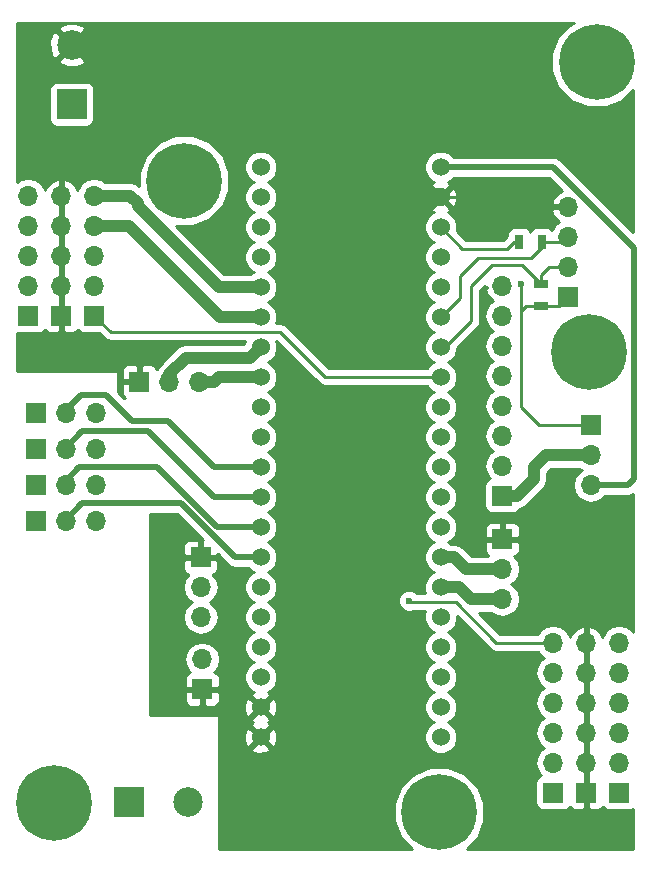
<source format=gbl>
G04 #@! TF.FileFunction,Copper,L2,Bot,Signal*
%FSLAX46Y46*%
G04 Gerber Fmt 4.6, Leading zero omitted, Abs format (unit mm)*
G04 Created by KiCad (PCBNEW 4.0.6+dfsg1-1) date Mon Feb 26 19:50:24 2018*
%MOMM*%
%LPD*%
G01*
G04 APERTURE LIST*
%ADD10C,0.100000*%
%ADD11R,1.700000X1.700000*%
%ADD12O,1.700000X1.700000*%
%ADD13R,2.500000X2.500000*%
%ADD14C,2.500000*%
%ADD15C,1.524000*%
%ADD16C,6.400000*%
%ADD17C,0.600000*%
%ADD18R,1.300000X0.700000*%
%ADD19R,0.700000X1.300000*%
%ADD20C,0.250000*%
%ADD21C,0.500000*%
%ADD22C,1.500000*%
%ADD23C,2.000000*%
%ADD24C,1.000000*%
%ADD25C,0.254000*%
G04 APERTURE END LIST*
D10*
D11*
X2357120Y34620200D03*
D12*
X4897120Y34620200D03*
X7437120Y34620200D03*
D13*
X10231120Y4775200D03*
D14*
X15231120Y4775200D03*
D11*
X49347120Y36652200D03*
D12*
X49347120Y34112200D03*
X49347120Y31572200D03*
D11*
X41854120Y30683200D03*
D12*
X41854120Y33223200D03*
X41854120Y35763200D03*
X41854120Y38303200D03*
X41854120Y40843200D03*
X41854120Y43383200D03*
X41854120Y45923200D03*
X41854120Y48463200D03*
D11*
X16454120Y14300200D03*
D12*
X16454120Y16840200D03*
D11*
X16327120Y25476200D03*
D12*
X16327120Y22936200D03*
X16327120Y20396200D03*
D11*
X41854120Y27000200D03*
D12*
X41854120Y24460200D03*
X41854120Y21920200D03*
D11*
X11120120Y40335200D03*
D12*
X13660120Y40335200D03*
X16200120Y40335200D03*
D11*
X2357120Y28524200D03*
D12*
X4897120Y28524200D03*
X7437120Y28524200D03*
D11*
X2357120Y31572200D03*
D12*
X4897120Y31572200D03*
X7437120Y31572200D03*
D11*
X2357120Y37668200D03*
D12*
X4897120Y37668200D03*
X7437120Y37668200D03*
D15*
X21407120Y10236200D03*
X21407120Y12776200D03*
X21407120Y15316200D03*
X21407120Y17856200D03*
X21407120Y20396200D03*
X21407120Y22936200D03*
X21407120Y25476200D03*
X21407120Y28016200D03*
X21407120Y30556200D03*
X21407120Y33096200D03*
X21407120Y35636200D03*
X21407120Y38176200D03*
X21407120Y40716200D03*
X21407120Y43256200D03*
X21407120Y45796200D03*
X21407120Y48336200D03*
X21407120Y50876200D03*
X21407120Y53416200D03*
X21407120Y55956200D03*
X21407120Y58496200D03*
X36647120Y58496200D03*
X36647120Y55956200D03*
X36647120Y53416200D03*
X36647120Y50876200D03*
X36647120Y48336200D03*
X36647120Y45796200D03*
X36647120Y43256200D03*
X36647120Y40716200D03*
X36647120Y38176200D03*
X36647120Y35636200D03*
X36647120Y33096200D03*
X36647120Y30556200D03*
X36647120Y28016200D03*
X36647120Y25476200D03*
X36647120Y22936200D03*
X36647120Y20396200D03*
X36647120Y17856200D03*
X36647120Y15316200D03*
X36647120Y12776200D03*
X36647120Y10236200D03*
D13*
X5405120Y63830200D03*
D14*
X5405120Y68830200D03*
D11*
X51760120Y5537200D03*
D12*
X51760120Y8077200D03*
X51760120Y10617200D03*
X51760120Y13157200D03*
X51760120Y15697200D03*
X51760120Y18237200D03*
D11*
X46172120Y5537200D03*
D12*
X46172120Y8077200D03*
X46172120Y10617200D03*
X46172120Y13157200D03*
X46172120Y15697200D03*
X46172120Y18237200D03*
D11*
X48966120Y5537200D03*
D12*
X48966120Y8077200D03*
X48966120Y10617200D03*
X48966120Y13157200D03*
X48966120Y15697200D03*
X48966120Y18237200D03*
D11*
X1722120Y45923200D03*
D12*
X1722120Y48463200D03*
X1722120Y51003200D03*
X1722120Y53543200D03*
X1722120Y56083200D03*
D11*
X7310120Y45923200D03*
D12*
X7310120Y48463200D03*
X7310120Y51003200D03*
X7310120Y53543200D03*
X7310120Y56083200D03*
D11*
X4516120Y45923200D03*
D12*
X4516120Y48463200D03*
X4516120Y51003200D03*
X4516120Y53543200D03*
X4516120Y56083200D03*
D16*
X49855120Y67386200D03*
D17*
X52255120Y67386200D03*
X51552176Y65689144D03*
X49855120Y64986200D03*
X48158064Y65689144D03*
X47455120Y67386200D03*
X48158064Y69083256D03*
X49855120Y69786200D03*
X51552176Y69083256D03*
D16*
X36520120Y3886200D03*
D17*
X38920120Y3886200D03*
X38217176Y2189144D03*
X36520120Y1486200D03*
X34823064Y2189144D03*
X34120120Y3886200D03*
X34823064Y5583256D03*
X36520120Y6286200D03*
X38217176Y5583256D03*
D16*
X49220120Y42875200D03*
D17*
X51620120Y42875200D03*
X50917176Y41178144D03*
X49220120Y40475200D03*
X47523064Y41178144D03*
X46820120Y42875200D03*
X47523064Y44572256D03*
X49220120Y45275200D03*
X50917176Y44572256D03*
D16*
X14930120Y57353200D03*
D17*
X17330120Y57353200D03*
X16627176Y55656144D03*
X14930120Y54953200D03*
X13233064Y55656144D03*
X12530120Y57353200D03*
X13233064Y59050256D03*
X14930120Y59753200D03*
X16627176Y59050256D03*
D16*
X3881120Y4648200D03*
D17*
X6281120Y4648200D03*
X5578176Y2951144D03*
X3881120Y2248200D03*
X2184064Y2951144D03*
X1481120Y4648200D03*
X2184064Y6345256D03*
X3881120Y7048200D03*
X5578176Y6345256D03*
D18*
X45115480Y46710560D03*
X45115480Y48610560D03*
D19*
X43296800Y52156360D03*
X45196800Y52156360D03*
D11*
X47442120Y47510700D03*
D12*
X47442120Y50050700D03*
X47442120Y52590700D03*
X47442120Y55130700D03*
D17*
X41092120Y52824200D03*
X34716720Y47752000D03*
X20264120Y63797200D03*
X33345120Y66370200D03*
X43441620Y48590200D03*
X33980120Y21793200D03*
D20*
X36647120Y55956200D02*
X37917120Y55956200D01*
D21*
X41092120Y52781200D02*
X41092120Y52824200D01*
D20*
X41770120Y52824200D02*
X44076620Y55130700D01*
X44076620Y55130700D02*
X47442120Y55130700D01*
X41092120Y52824200D02*
X41770120Y52824200D01*
X41049120Y52824200D02*
X41092120Y52824200D01*
X37917120Y55956200D02*
X41049120Y52824200D01*
D22*
X36647120Y55956200D02*
X34869120Y55956200D01*
X33345120Y57480200D02*
X33345120Y66370200D01*
X34869120Y55956200D02*
X33345120Y57480200D01*
D23*
X20264120Y63797200D02*
X20485120Y63797200D01*
X17818120Y66243200D02*
X20264120Y63797200D01*
X17818120Y66243200D02*
X11628120Y66243200D01*
X11628120Y66243200D02*
X9041120Y68830200D01*
X5405120Y68830200D02*
X9041120Y68830200D01*
X23058120Y66370200D02*
X33345120Y66370200D01*
X20485120Y63797200D02*
X23058120Y66370200D01*
D20*
X45115480Y46710560D02*
X46641980Y46710560D01*
X46641980Y46710560D02*
X47442120Y47510700D01*
X43296800Y52156360D02*
X42824400Y52156360D01*
X38455600Y51607720D02*
X36647120Y53416200D01*
X42275760Y51607720D02*
X38455600Y51607720D01*
X42824400Y52156360D02*
X42275760Y51607720D01*
X45115480Y46710560D02*
X43840360Y46710560D01*
X43840360Y46710560D02*
X43441620Y46311820D01*
X49347120Y36652200D02*
X44965620Y36652200D01*
X43441620Y38176200D02*
X43441620Y46311820D01*
X43441620Y46311820D02*
X43441620Y48590200D01*
X44965620Y36652200D02*
X43441620Y38176200D01*
D21*
X36647120Y58496200D02*
X46172120Y58496200D01*
X46172120Y58496200D02*
X53030120Y51638200D01*
X53030120Y51638200D02*
X53030120Y35763200D01*
X53030120Y35763200D02*
X53030120Y32080200D01*
X53030120Y32080200D02*
X52522120Y31572200D01*
X52522120Y31572200D02*
X49347120Y31572200D01*
D20*
X36647120Y40716200D02*
X26868120Y40716200D01*
X8707120Y44526200D02*
X7310120Y45923200D01*
X23058120Y44526200D02*
X8707120Y44526200D01*
X26868120Y40716200D02*
X23058120Y44526200D01*
X33980120Y21793200D02*
X34107120Y21666200D01*
X34107120Y21666200D02*
X37917120Y21666200D01*
X37917120Y21666200D02*
X41346120Y18237200D01*
X41346120Y18237200D02*
X46172120Y18237200D01*
D24*
X7310120Y56083200D02*
X10358120Y56083200D01*
X17851120Y48336200D02*
X21407120Y48336200D01*
X10993120Y55194200D02*
X17851120Y48336200D01*
X10993120Y55448200D02*
X10993120Y55194200D01*
X10358120Y56083200D02*
X10993120Y55448200D01*
X7310120Y53543200D02*
X10231120Y53543200D01*
X17978120Y45796200D02*
X21407120Y45796200D01*
X10231120Y53543200D02*
X17978120Y45796200D01*
X36647120Y25476200D02*
X37790120Y25476200D01*
X38806120Y24460200D02*
X41854120Y24460200D01*
X37790120Y25476200D02*
X38806120Y24460200D01*
X36647120Y22936200D02*
X38171120Y22936200D01*
X39187120Y21920200D02*
X41854120Y21920200D01*
X38171120Y22936200D02*
X39187120Y21920200D01*
X13660120Y40335200D02*
X13660120Y40970200D01*
X13660120Y40970200D02*
X15057120Y42367200D01*
X15057120Y42367200D02*
X20518120Y42367200D01*
X20518120Y42367200D02*
X21407120Y43256200D01*
X16200120Y40335200D02*
X17470120Y40335200D01*
X17851120Y40716200D02*
X21407120Y40716200D01*
X17470120Y40335200D02*
X17851120Y40716200D01*
X21280120Y40589200D02*
X21407120Y40716200D01*
D21*
X4897120Y28524200D02*
X4897120Y28651200D01*
X4897120Y28651200D02*
X6294120Y30048200D01*
X6294120Y30048200D02*
X14676120Y30048200D01*
X14676120Y30048200D02*
X19248120Y25476200D01*
X19248120Y25476200D02*
X21407120Y25476200D01*
X4897120Y31572200D02*
X4897120Y31953200D01*
X4897120Y31953200D02*
X6040120Y33096200D01*
X6040120Y33096200D02*
X12644120Y33096200D01*
X12644120Y33096200D02*
X17724120Y28016200D01*
X17724120Y28016200D02*
X21407120Y28016200D01*
X4897120Y34620200D02*
X4897120Y34747200D01*
X4897120Y34747200D02*
X6294120Y36144200D01*
X6294120Y36144200D02*
X11882120Y36144200D01*
X11882120Y36144200D02*
X17470120Y30556200D01*
X17470120Y30556200D02*
X21407120Y30556200D01*
X4897120Y37668200D02*
X4897120Y37922200D01*
X4897120Y37922200D02*
X6167120Y39192200D01*
X6167120Y39192200D02*
X8326120Y39192200D01*
X8326120Y39192200D02*
X10485120Y37033200D01*
X10485120Y37033200D02*
X13533120Y37033200D01*
X13533120Y37033200D02*
X17470120Y33096200D01*
X17470120Y33096200D02*
X21407120Y33096200D01*
D24*
X41854120Y30683200D02*
X43124120Y30683200D01*
X45537120Y34112200D02*
X49347120Y34112200D01*
X44521120Y33096200D02*
X45537120Y34112200D01*
X44521120Y32080200D02*
X44521120Y33096200D01*
X43124120Y30683200D02*
X44521120Y32080200D01*
D20*
X36647120Y43256200D02*
X37028120Y43256200D01*
X37028120Y43256200D02*
X39250620Y45478700D01*
X43548340Y50177700D02*
X45115480Y48610560D01*
X41028620Y50177700D02*
X43548340Y50177700D01*
X39250620Y48399700D02*
X41028620Y50177700D01*
X39250620Y45478700D02*
X39250620Y48399700D01*
X45115480Y48610560D02*
X45115480Y49375060D01*
X45791120Y50050700D02*
X47442120Y50050700D01*
X45115480Y49375060D02*
X45791120Y50050700D01*
X36647120Y43256200D02*
X36647120Y43637200D01*
X45196800Y52156360D02*
X45196800Y51742380D01*
X45196800Y51742380D02*
X44267120Y50812700D01*
X38298120Y47447200D02*
X36647120Y45796200D01*
X38298120Y49288700D02*
X38298120Y47447200D01*
X39822120Y50812700D02*
X38298120Y49288700D01*
X44267120Y50812700D02*
X39822120Y50812700D01*
X45196800Y52156360D02*
X47007780Y52156360D01*
X47007780Y52156360D02*
X47442120Y52590700D01*
X36647120Y45796200D02*
X36647120Y46113700D01*
D25*
G36*
X40369120Y48336198D02*
X40533964Y48336198D01*
X40412644Y48106310D01*
X40582475Y47696276D01*
X40972762Y47268017D01*
X41115673Y47200902D01*
X40774973Y46973254D01*
X40453066Y46491485D01*
X40340027Y45923200D01*
X40453066Y45354915D01*
X40774973Y44873146D01*
X41104146Y44653200D01*
X40774973Y44433254D01*
X40453066Y43951485D01*
X40340027Y43383200D01*
X40453066Y42814915D01*
X40774973Y42333146D01*
X41104146Y42113200D01*
X40774973Y41893254D01*
X40453066Y41411485D01*
X40340027Y40843200D01*
X40453066Y40274915D01*
X40774973Y39793146D01*
X41104146Y39573200D01*
X40774973Y39353254D01*
X40453066Y38871485D01*
X40340027Y38303200D01*
X40453066Y37734915D01*
X40774973Y37253146D01*
X41104146Y37033200D01*
X40774973Y36813254D01*
X40453066Y36331485D01*
X40340027Y35763200D01*
X40453066Y35194915D01*
X40774973Y34713146D01*
X41104146Y34493200D01*
X40774973Y34273254D01*
X40453066Y33791485D01*
X40340027Y33223200D01*
X40453066Y32654915D01*
X40774973Y32173146D01*
X40816572Y32145350D01*
X40768803Y32136362D01*
X40552679Y31997290D01*
X40407689Y31785090D01*
X40356680Y31533200D01*
X40356680Y29833200D01*
X40400958Y29597883D01*
X40540030Y29381759D01*
X40752230Y29236769D01*
X41004120Y29185760D01*
X42704120Y29185760D01*
X42939437Y29230038D01*
X43155561Y29369110D01*
X43300551Y29581310D01*
X43300970Y29583378D01*
X43558466Y29634597D01*
X43926686Y29880634D01*
X45323686Y31277634D01*
X45569723Y31645854D01*
X45580334Y31699200D01*
X45656120Y32080200D01*
X45656120Y32626068D01*
X46007252Y32977200D01*
X48395104Y32977200D01*
X48597146Y32842200D01*
X48267973Y32622254D01*
X47946066Y32140485D01*
X47833027Y31572200D01*
X47946066Y31003915D01*
X48267973Y30522146D01*
X48749742Y30200239D01*
X49318027Y30087200D01*
X49376213Y30087200D01*
X49944498Y30200239D01*
X50426267Y30522146D01*
X50536552Y30687200D01*
X52522115Y30687200D01*
X52522120Y30687199D01*
X52804604Y30743390D01*
X52860795Y30754567D01*
X52955120Y30817593D01*
X52955120Y19113867D01*
X52839267Y19287254D01*
X52357498Y19609161D01*
X51789213Y19722200D01*
X51731027Y19722200D01*
X51162742Y19609161D01*
X50680973Y19287254D01*
X50359066Y18805485D01*
X50346404Y18741830D01*
X50237765Y19004124D01*
X49847478Y19432383D01*
X49323012Y19678686D01*
X49093120Y19558019D01*
X49093120Y18364200D01*
X49113120Y18364200D01*
X49113120Y18110200D01*
X49093120Y18110200D01*
X49093120Y15824200D01*
X49113120Y15824200D01*
X49113120Y15570200D01*
X49093120Y15570200D01*
X49093120Y13284200D01*
X49113120Y13284200D01*
X49113120Y13030200D01*
X49093120Y13030200D01*
X49093120Y10744200D01*
X49113120Y10744200D01*
X49113120Y10490200D01*
X49093120Y10490200D01*
X49093120Y8204200D01*
X49113120Y8204200D01*
X49113120Y7950200D01*
X49093120Y7950200D01*
X49093120Y5664200D01*
X49113120Y5664200D01*
X49113120Y5410200D01*
X49093120Y5410200D01*
X49093120Y4210950D01*
X49251870Y4052200D01*
X49942429Y4052200D01*
X50175818Y4148873D01*
X50354447Y4327501D01*
X50367194Y4358274D01*
X50446030Y4235759D01*
X50658230Y4090769D01*
X50910120Y4039760D01*
X52610120Y4039760D01*
X52845437Y4084038D01*
X52955120Y4154617D01*
X52955120Y786200D01*
X38842952Y786200D01*
X39769379Y1711011D01*
X40354453Y3120025D01*
X40355784Y4645682D01*
X39773170Y6055715D01*
X38695309Y7135459D01*
X37286295Y7720533D01*
X35760638Y7721864D01*
X34350605Y7139250D01*
X33270861Y6061389D01*
X32685787Y4652375D01*
X32684456Y3126718D01*
X33267070Y1716685D01*
X34195932Y786200D01*
X17851120Y786200D01*
X17851120Y9255987D01*
X20606512Y9255987D01*
X20675977Y9013803D01*
X21199422Y8827056D01*
X21754488Y8854838D01*
X22138263Y9013803D01*
X22207728Y9255987D01*
X21407120Y10056595D01*
X20606512Y9255987D01*
X17851120Y9255987D01*
X17851120Y10443898D01*
X19997976Y10443898D01*
X20025758Y9888832D01*
X20184723Y9505057D01*
X20426907Y9435592D01*
X21227515Y10236200D01*
X21586725Y10236200D01*
X22387333Y9435592D01*
X22629517Y9505057D01*
X22816264Y10028502D01*
X22788482Y10583568D01*
X22629517Y10967343D01*
X22387333Y11036808D01*
X21586725Y10236200D01*
X21227515Y10236200D01*
X20426907Y11036808D01*
X20184723Y10967343D01*
X19997976Y10443898D01*
X17851120Y10443898D01*
X17851120Y11795987D01*
X20606512Y11795987D01*
X20675977Y11553803D01*
X20799464Y11509747D01*
X20675977Y11458597D01*
X20606512Y11216413D01*
X21407120Y10415805D01*
X22207728Y11216413D01*
X22138263Y11458597D01*
X22014776Y11502653D01*
X22138263Y11553803D01*
X22207728Y11795987D01*
X21407120Y12596595D01*
X20606512Y11795987D01*
X17851120Y11795987D01*
X17851120Y12014200D01*
X17842435Y12060359D01*
X17815155Y12102753D01*
X17773530Y12131194D01*
X17724120Y12141200D01*
X12009120Y12141200D01*
X12009120Y14014450D01*
X14969120Y14014450D01*
X14969120Y13323890D01*
X15065793Y13090501D01*
X15244422Y12911873D01*
X15477811Y12815200D01*
X16168370Y12815200D01*
X16327120Y12973950D01*
X16327120Y14173200D01*
X16581120Y14173200D01*
X16581120Y12973950D01*
X16739870Y12815200D01*
X17430429Y12815200D01*
X17663818Y12911873D01*
X17735843Y12983898D01*
X19997976Y12983898D01*
X20025758Y12428832D01*
X20184723Y12045057D01*
X20426907Y11975592D01*
X21227515Y12776200D01*
X21586725Y12776200D01*
X22387333Y11975592D01*
X22629517Y12045057D01*
X22816264Y12568502D01*
X22788482Y13123568D01*
X22629517Y13507343D01*
X22387333Y13576808D01*
X21586725Y12776200D01*
X21227515Y12776200D01*
X20426907Y13576808D01*
X20184723Y13507343D01*
X19997976Y12983898D01*
X17735843Y12983898D01*
X17842447Y13090501D01*
X17939120Y13323890D01*
X17939120Y14014450D01*
X17780370Y14173200D01*
X16581120Y14173200D01*
X16327120Y14173200D01*
X15127870Y14173200D01*
X14969120Y14014450D01*
X12009120Y14014450D01*
X12009120Y16840200D01*
X14940027Y16840200D01*
X15053066Y16271915D01*
X15374973Y15790146D01*
X15418897Y15760797D01*
X15244422Y15688527D01*
X15065793Y15509899D01*
X14969120Y15276510D01*
X14969120Y14585950D01*
X15127870Y14427200D01*
X16327120Y14427200D01*
X16327120Y14447200D01*
X16581120Y14447200D01*
X16581120Y14427200D01*
X17780370Y14427200D01*
X17939120Y14585950D01*
X17939120Y15276510D01*
X17842447Y15509899D01*
X17663818Y15688527D01*
X17489343Y15760797D01*
X17533267Y15790146D01*
X17855174Y16271915D01*
X17968213Y16840200D01*
X17855174Y17408485D01*
X17533267Y17890254D01*
X17051498Y18212161D01*
X16483213Y18325200D01*
X16425027Y18325200D01*
X15856742Y18212161D01*
X15374973Y17890254D01*
X15053066Y17408485D01*
X14940027Y16840200D01*
X12009120Y16840200D01*
X12009120Y22936200D01*
X14813027Y22936200D01*
X14926066Y22367915D01*
X15247973Y21886146D01*
X15577146Y21666200D01*
X15247973Y21446254D01*
X14926066Y20964485D01*
X14813027Y20396200D01*
X14926066Y19827915D01*
X15247973Y19346146D01*
X15729742Y19024239D01*
X16298027Y18911200D01*
X16356213Y18911200D01*
X16924498Y19024239D01*
X17406267Y19346146D01*
X17728174Y19827915D01*
X17841213Y20396200D01*
X17728174Y20964485D01*
X17406267Y21446254D01*
X17077094Y21666200D01*
X17406267Y21886146D01*
X17728174Y22367915D01*
X17841213Y22936200D01*
X17728174Y23504485D01*
X17406267Y23986254D01*
X17362343Y24015603D01*
X17536818Y24087873D01*
X17715447Y24266501D01*
X17812120Y24499890D01*
X17812120Y25190450D01*
X17653370Y25349200D01*
X16454120Y25349200D01*
X16454120Y25329200D01*
X16200120Y25329200D01*
X16200120Y25349200D01*
X15000870Y25349200D01*
X14842120Y25190450D01*
X14842120Y24499890D01*
X14938793Y24266501D01*
X15117422Y24087873D01*
X15291897Y24015603D01*
X15247973Y23986254D01*
X14926066Y23504485D01*
X14813027Y22936200D01*
X12009120Y22936200D01*
X12009120Y26452510D01*
X14842120Y26452510D01*
X14842120Y25761950D01*
X15000870Y25603200D01*
X16200120Y25603200D01*
X16200120Y26802450D01*
X16041370Y26961200D01*
X15350811Y26961200D01*
X15117422Y26864527D01*
X14938793Y26685899D01*
X14842120Y26452510D01*
X12009120Y26452510D01*
X12009120Y29163200D01*
X14309540Y29163200D01*
X16562205Y26910535D01*
X16454120Y26802450D01*
X16454120Y25603200D01*
X17653370Y25603200D01*
X17761455Y25711285D01*
X18622328Y24850413D01*
X18622330Y24850410D01*
X18909445Y24658567D01*
X19248120Y24591200D01*
X20316642Y24591200D01*
X20614750Y24292571D01*
X20822632Y24206251D01*
X20616817Y24121210D01*
X20223491Y23728570D01*
X20010363Y23215300D01*
X20009878Y22659539D01*
X20222110Y22145897D01*
X20614750Y21752571D01*
X20822632Y21666251D01*
X20616817Y21581210D01*
X20223491Y21188570D01*
X20010363Y20675300D01*
X20009878Y20119539D01*
X20222110Y19605897D01*
X20614750Y19212571D01*
X20822632Y19126251D01*
X20616817Y19041210D01*
X20223491Y18648570D01*
X20010363Y18135300D01*
X20009878Y17579539D01*
X20222110Y17065897D01*
X20614750Y16672571D01*
X20822632Y16586251D01*
X20616817Y16501210D01*
X20223491Y16108570D01*
X20010363Y15595300D01*
X20009878Y15039539D01*
X20222110Y14525897D01*
X20614750Y14132571D01*
X20806847Y14052805D01*
X20675977Y13998597D01*
X20606512Y13756413D01*
X21407120Y12955805D01*
X22207728Y13756413D01*
X22138263Y13998597D01*
X21997802Y14048709D01*
X22197423Y14131190D01*
X22590749Y14523830D01*
X22803877Y15037100D01*
X22804362Y15592861D01*
X22592130Y16106503D01*
X22199490Y16499829D01*
X21991608Y16586149D01*
X22197423Y16671190D01*
X22590749Y17063830D01*
X22803877Y17577100D01*
X22804362Y18132861D01*
X22592130Y18646503D01*
X22199490Y19039829D01*
X21991608Y19126149D01*
X22197423Y19211190D01*
X22590749Y19603830D01*
X22803877Y20117100D01*
X22804362Y20672861D01*
X22592130Y21186503D01*
X22199490Y21579829D01*
X21991608Y21666149D01*
X22197423Y21751190D01*
X22590749Y22143830D01*
X22803877Y22657100D01*
X22804362Y23212861D01*
X22592130Y23726503D01*
X22199490Y24119829D01*
X21991608Y24206149D01*
X22197423Y24291190D01*
X22590749Y24683830D01*
X22803877Y25197100D01*
X22804362Y25752861D01*
X22592130Y26266503D01*
X22199490Y26659829D01*
X21991608Y26746149D01*
X22197423Y26831190D01*
X22590749Y27223830D01*
X22803877Y27737100D01*
X22804362Y28292861D01*
X22592130Y28806503D01*
X22199490Y29199829D01*
X21991608Y29286149D01*
X22197423Y29371190D01*
X22590749Y29763830D01*
X22803877Y30277100D01*
X22804362Y30832861D01*
X22592130Y31346503D01*
X22199490Y31739829D01*
X21991608Y31826149D01*
X22197423Y31911190D01*
X22590749Y32303830D01*
X22803877Y32817100D01*
X22804362Y33372861D01*
X22592130Y33886503D01*
X22199490Y34279829D01*
X21991608Y34366149D01*
X22197423Y34451190D01*
X22590749Y34843830D01*
X22803877Y35357100D01*
X22804362Y35912861D01*
X22592130Y36426503D01*
X22199490Y36819829D01*
X21991608Y36906149D01*
X22197423Y36991190D01*
X22590749Y37383830D01*
X22803877Y37897100D01*
X22804362Y38452861D01*
X22592130Y38966503D01*
X22199490Y39359829D01*
X21991608Y39446149D01*
X22197423Y39531190D01*
X22590749Y39923830D01*
X22803877Y40437100D01*
X22804362Y40992861D01*
X22592130Y41506503D01*
X22199490Y41899829D01*
X21991608Y41986149D01*
X22197423Y42071190D01*
X22590749Y42463830D01*
X22803877Y42977100D01*
X22804362Y43532861D01*
X22707949Y43766200D01*
X22743318Y43766200D01*
X26330719Y40178799D01*
X26577281Y40014052D01*
X26868120Y39956200D01*
X35449589Y39956200D01*
X35462110Y39925897D01*
X35854750Y39532571D01*
X36062632Y39446251D01*
X35856817Y39361210D01*
X35463491Y38968570D01*
X35250363Y38455300D01*
X35249878Y37899539D01*
X35462110Y37385897D01*
X35854750Y36992571D01*
X36062632Y36906251D01*
X35856817Y36821210D01*
X35463491Y36428570D01*
X35250363Y35915300D01*
X35249878Y35359539D01*
X35462110Y34845897D01*
X35854750Y34452571D01*
X36062632Y34366251D01*
X35856817Y34281210D01*
X35463491Y33888570D01*
X35250363Y33375300D01*
X35249878Y32819539D01*
X35462110Y32305897D01*
X35854750Y31912571D01*
X36062632Y31826251D01*
X35856817Y31741210D01*
X35463491Y31348570D01*
X35250363Y30835300D01*
X35249878Y30279539D01*
X35462110Y29765897D01*
X35854750Y29372571D01*
X36062632Y29286251D01*
X35856817Y29201210D01*
X35463491Y28808570D01*
X35250363Y28295300D01*
X35249878Y27739539D01*
X35462110Y27225897D01*
X35854750Y26832571D01*
X36062632Y26746251D01*
X35856817Y26661210D01*
X35463491Y26268570D01*
X35250363Y25755300D01*
X35249878Y25199539D01*
X35462110Y24685897D01*
X35854750Y24292571D01*
X36062632Y24206251D01*
X35856817Y24121210D01*
X35463491Y23728570D01*
X35250363Y23215300D01*
X35249878Y22659539D01*
X35346291Y22426200D01*
X34669361Y22426200D01*
X34510447Y22585392D01*
X34166919Y22728038D01*
X33794953Y22728362D01*
X33451177Y22586317D01*
X33187928Y22323527D01*
X33045282Y21979999D01*
X33044958Y21608033D01*
X33187003Y21264257D01*
X33449793Y21001008D01*
X33793321Y20858362D01*
X34165287Y20858038D01*
X34281848Y20906200D01*
X35346241Y20906200D01*
X35250363Y20675300D01*
X35249878Y20119539D01*
X35462110Y19605897D01*
X35854750Y19212571D01*
X36062632Y19126251D01*
X35856817Y19041210D01*
X35463491Y18648570D01*
X35250363Y18135300D01*
X35249878Y17579539D01*
X35462110Y17065897D01*
X35854750Y16672571D01*
X36062632Y16586251D01*
X35856817Y16501210D01*
X35463491Y16108570D01*
X35250363Y15595300D01*
X35249878Y15039539D01*
X35462110Y14525897D01*
X35854750Y14132571D01*
X36062632Y14046251D01*
X35856817Y13961210D01*
X35463491Y13568570D01*
X35250363Y13055300D01*
X35249878Y12499539D01*
X35462110Y11985897D01*
X35854750Y11592571D01*
X36062632Y11506251D01*
X35856817Y11421210D01*
X35463491Y11028570D01*
X35250363Y10515300D01*
X35249878Y9959539D01*
X35462110Y9445897D01*
X35854750Y9052571D01*
X36368020Y8839443D01*
X36923781Y8838958D01*
X37437423Y9051190D01*
X37830749Y9443830D01*
X38043877Y9957100D01*
X38044362Y10512861D01*
X37832130Y11026503D01*
X37439490Y11419829D01*
X37231608Y11506149D01*
X37437423Y11591190D01*
X37830749Y11983830D01*
X38043877Y12497100D01*
X38044362Y13052861D01*
X37832130Y13566503D01*
X37439490Y13959829D01*
X37231608Y14046149D01*
X37437423Y14131190D01*
X37830749Y14523830D01*
X38043877Y15037100D01*
X38044362Y15592861D01*
X37832130Y16106503D01*
X37439490Y16499829D01*
X37231608Y16586149D01*
X37437423Y16671190D01*
X37830749Y17063830D01*
X38043877Y17577100D01*
X38044362Y18132861D01*
X37832130Y18646503D01*
X37439490Y19039829D01*
X37231608Y19126149D01*
X37437423Y19211190D01*
X37830749Y19603830D01*
X38043877Y20117100D01*
X38044180Y20464338D01*
X40808719Y17699799D01*
X41055280Y17535052D01*
X41346120Y17477200D01*
X44899166Y17477200D01*
X45092973Y17187146D01*
X45422146Y16967200D01*
X45092973Y16747254D01*
X44771066Y16265485D01*
X44658027Y15697200D01*
X44771066Y15128915D01*
X45092973Y14647146D01*
X45422146Y14427200D01*
X45092973Y14207254D01*
X44771066Y13725485D01*
X44658027Y13157200D01*
X44771066Y12588915D01*
X45092973Y12107146D01*
X45422146Y11887200D01*
X45092973Y11667254D01*
X44771066Y11185485D01*
X44658027Y10617200D01*
X44771066Y10048915D01*
X45092973Y9567146D01*
X45422146Y9347200D01*
X45092973Y9127254D01*
X44771066Y8645485D01*
X44658027Y8077200D01*
X44771066Y7508915D01*
X45092973Y7027146D01*
X45134572Y6999350D01*
X45086803Y6990362D01*
X44870679Y6851290D01*
X44725689Y6639090D01*
X44674680Y6387200D01*
X44674680Y4687200D01*
X44718958Y4451883D01*
X44858030Y4235759D01*
X45070230Y4090769D01*
X45322120Y4039760D01*
X47022120Y4039760D01*
X47257437Y4084038D01*
X47473561Y4223110D01*
X47565374Y4357483D01*
X47577793Y4327501D01*
X47756422Y4148873D01*
X47989811Y4052200D01*
X48680370Y4052200D01*
X48839120Y4210950D01*
X48839120Y5410200D01*
X48819120Y5410200D01*
X48819120Y5664200D01*
X48839120Y5664200D01*
X48839120Y7950200D01*
X48819120Y7950200D01*
X48819120Y8204200D01*
X48839120Y8204200D01*
X48839120Y10490200D01*
X48819120Y10490200D01*
X48819120Y10744200D01*
X48839120Y10744200D01*
X48839120Y13030200D01*
X48819120Y13030200D01*
X48819120Y13284200D01*
X48839120Y13284200D01*
X48839120Y15570200D01*
X48819120Y15570200D01*
X48819120Y15824200D01*
X48839120Y15824200D01*
X48839120Y18110200D01*
X48819120Y18110200D01*
X48819120Y18364200D01*
X48839120Y18364200D01*
X48839120Y19558019D01*
X48609228Y19678686D01*
X48084762Y19432383D01*
X47694475Y19004124D01*
X47585836Y18741830D01*
X47573174Y18805485D01*
X47251267Y19287254D01*
X46769498Y19609161D01*
X46201213Y19722200D01*
X46143027Y19722200D01*
X45574742Y19609161D01*
X45092973Y19287254D01*
X44899166Y18997200D01*
X41660922Y18997200D01*
X39872922Y20785200D01*
X40902104Y20785200D01*
X41256742Y20548239D01*
X41825027Y20435200D01*
X41883213Y20435200D01*
X42451498Y20548239D01*
X42933267Y20870146D01*
X43255174Y21351915D01*
X43368213Y21920200D01*
X43255174Y22488485D01*
X42933267Y22970254D01*
X42604094Y23190200D01*
X42933267Y23410146D01*
X43255174Y23891915D01*
X43368213Y24460200D01*
X43255174Y25028485D01*
X42933267Y25510254D01*
X42889343Y25539603D01*
X43063818Y25611873D01*
X43242447Y25790501D01*
X43339120Y26023890D01*
X43339120Y26714450D01*
X43180370Y26873200D01*
X41981120Y26873200D01*
X41981120Y26853200D01*
X41727120Y26853200D01*
X41727120Y26873200D01*
X40527870Y26873200D01*
X40369120Y26714450D01*
X40369120Y26023890D01*
X40465793Y25790501D01*
X40644422Y25611873D01*
X40684674Y25595200D01*
X39276252Y25595200D01*
X38592686Y26278766D01*
X38469315Y26361200D01*
X38224466Y26524803D01*
X37790120Y26611200D01*
X37488034Y26611200D01*
X37439490Y26659829D01*
X37231608Y26746149D01*
X37437423Y26831190D01*
X37830749Y27223830D01*
X38043877Y27737100D01*
X38044085Y27976510D01*
X40369120Y27976510D01*
X40369120Y27285950D01*
X40527870Y27127200D01*
X41727120Y27127200D01*
X41727120Y28326450D01*
X41981120Y28326450D01*
X41981120Y27127200D01*
X43180370Y27127200D01*
X43339120Y27285950D01*
X43339120Y27976510D01*
X43242447Y28209899D01*
X43063818Y28388527D01*
X42830429Y28485200D01*
X42139870Y28485200D01*
X41981120Y28326450D01*
X41727120Y28326450D01*
X41568370Y28485200D01*
X40877811Y28485200D01*
X40644422Y28388527D01*
X40465793Y28209899D01*
X40369120Y27976510D01*
X38044085Y27976510D01*
X38044362Y28292861D01*
X37832130Y28806503D01*
X37439490Y29199829D01*
X37231608Y29286149D01*
X37437423Y29371190D01*
X37830749Y29763830D01*
X38043877Y30277100D01*
X38044362Y30832861D01*
X37832130Y31346503D01*
X37439490Y31739829D01*
X37231608Y31826149D01*
X37437423Y31911190D01*
X37830749Y32303830D01*
X38043877Y32817100D01*
X38044362Y33372861D01*
X37832130Y33886503D01*
X37439490Y34279829D01*
X37231608Y34366149D01*
X37437423Y34451190D01*
X37830749Y34843830D01*
X38043877Y35357100D01*
X38044362Y35912861D01*
X37832130Y36426503D01*
X37439490Y36819829D01*
X37231608Y36906149D01*
X37437423Y36991190D01*
X37830749Y37383830D01*
X38043877Y37897100D01*
X38044362Y38452861D01*
X37832130Y38966503D01*
X37439490Y39359829D01*
X37231608Y39446149D01*
X37437423Y39531190D01*
X37830749Y39923830D01*
X38043877Y40437100D01*
X38044362Y40992861D01*
X37832130Y41506503D01*
X37439490Y41899829D01*
X37231608Y41986149D01*
X37437423Y42071190D01*
X37830749Y42463830D01*
X38043877Y42977100D01*
X38044069Y43197347D01*
X39788021Y44941299D01*
X39952768Y45187861D01*
X40010620Y45478700D01*
X40010620Y48084898D01*
X40369120Y48443398D01*
X40369120Y48336198D01*
X40369120Y48336198D01*
G37*
X40369120Y48336198D02*
X40533964Y48336198D01*
X40412644Y48106310D01*
X40582475Y47696276D01*
X40972762Y47268017D01*
X41115673Y47200902D01*
X40774973Y46973254D01*
X40453066Y46491485D01*
X40340027Y45923200D01*
X40453066Y45354915D01*
X40774973Y44873146D01*
X41104146Y44653200D01*
X40774973Y44433254D01*
X40453066Y43951485D01*
X40340027Y43383200D01*
X40453066Y42814915D01*
X40774973Y42333146D01*
X41104146Y42113200D01*
X40774973Y41893254D01*
X40453066Y41411485D01*
X40340027Y40843200D01*
X40453066Y40274915D01*
X40774973Y39793146D01*
X41104146Y39573200D01*
X40774973Y39353254D01*
X40453066Y38871485D01*
X40340027Y38303200D01*
X40453066Y37734915D01*
X40774973Y37253146D01*
X41104146Y37033200D01*
X40774973Y36813254D01*
X40453066Y36331485D01*
X40340027Y35763200D01*
X40453066Y35194915D01*
X40774973Y34713146D01*
X41104146Y34493200D01*
X40774973Y34273254D01*
X40453066Y33791485D01*
X40340027Y33223200D01*
X40453066Y32654915D01*
X40774973Y32173146D01*
X40816572Y32145350D01*
X40768803Y32136362D01*
X40552679Y31997290D01*
X40407689Y31785090D01*
X40356680Y31533200D01*
X40356680Y29833200D01*
X40400958Y29597883D01*
X40540030Y29381759D01*
X40752230Y29236769D01*
X41004120Y29185760D01*
X42704120Y29185760D01*
X42939437Y29230038D01*
X43155561Y29369110D01*
X43300551Y29581310D01*
X43300970Y29583378D01*
X43558466Y29634597D01*
X43926686Y29880634D01*
X45323686Y31277634D01*
X45569723Y31645854D01*
X45580334Y31699200D01*
X45656120Y32080200D01*
X45656120Y32626068D01*
X46007252Y32977200D01*
X48395104Y32977200D01*
X48597146Y32842200D01*
X48267973Y32622254D01*
X47946066Y32140485D01*
X47833027Y31572200D01*
X47946066Y31003915D01*
X48267973Y30522146D01*
X48749742Y30200239D01*
X49318027Y30087200D01*
X49376213Y30087200D01*
X49944498Y30200239D01*
X50426267Y30522146D01*
X50536552Y30687200D01*
X52522115Y30687200D01*
X52522120Y30687199D01*
X52804604Y30743390D01*
X52860795Y30754567D01*
X52955120Y30817593D01*
X52955120Y19113867D01*
X52839267Y19287254D01*
X52357498Y19609161D01*
X51789213Y19722200D01*
X51731027Y19722200D01*
X51162742Y19609161D01*
X50680973Y19287254D01*
X50359066Y18805485D01*
X50346404Y18741830D01*
X50237765Y19004124D01*
X49847478Y19432383D01*
X49323012Y19678686D01*
X49093120Y19558019D01*
X49093120Y18364200D01*
X49113120Y18364200D01*
X49113120Y18110200D01*
X49093120Y18110200D01*
X49093120Y15824200D01*
X49113120Y15824200D01*
X49113120Y15570200D01*
X49093120Y15570200D01*
X49093120Y13284200D01*
X49113120Y13284200D01*
X49113120Y13030200D01*
X49093120Y13030200D01*
X49093120Y10744200D01*
X49113120Y10744200D01*
X49113120Y10490200D01*
X49093120Y10490200D01*
X49093120Y8204200D01*
X49113120Y8204200D01*
X49113120Y7950200D01*
X49093120Y7950200D01*
X49093120Y5664200D01*
X49113120Y5664200D01*
X49113120Y5410200D01*
X49093120Y5410200D01*
X49093120Y4210950D01*
X49251870Y4052200D01*
X49942429Y4052200D01*
X50175818Y4148873D01*
X50354447Y4327501D01*
X50367194Y4358274D01*
X50446030Y4235759D01*
X50658230Y4090769D01*
X50910120Y4039760D01*
X52610120Y4039760D01*
X52845437Y4084038D01*
X52955120Y4154617D01*
X52955120Y786200D01*
X38842952Y786200D01*
X39769379Y1711011D01*
X40354453Y3120025D01*
X40355784Y4645682D01*
X39773170Y6055715D01*
X38695309Y7135459D01*
X37286295Y7720533D01*
X35760638Y7721864D01*
X34350605Y7139250D01*
X33270861Y6061389D01*
X32685787Y4652375D01*
X32684456Y3126718D01*
X33267070Y1716685D01*
X34195932Y786200D01*
X17851120Y786200D01*
X17851120Y9255987D01*
X20606512Y9255987D01*
X20675977Y9013803D01*
X21199422Y8827056D01*
X21754488Y8854838D01*
X22138263Y9013803D01*
X22207728Y9255987D01*
X21407120Y10056595D01*
X20606512Y9255987D01*
X17851120Y9255987D01*
X17851120Y10443898D01*
X19997976Y10443898D01*
X20025758Y9888832D01*
X20184723Y9505057D01*
X20426907Y9435592D01*
X21227515Y10236200D01*
X21586725Y10236200D01*
X22387333Y9435592D01*
X22629517Y9505057D01*
X22816264Y10028502D01*
X22788482Y10583568D01*
X22629517Y10967343D01*
X22387333Y11036808D01*
X21586725Y10236200D01*
X21227515Y10236200D01*
X20426907Y11036808D01*
X20184723Y10967343D01*
X19997976Y10443898D01*
X17851120Y10443898D01*
X17851120Y11795987D01*
X20606512Y11795987D01*
X20675977Y11553803D01*
X20799464Y11509747D01*
X20675977Y11458597D01*
X20606512Y11216413D01*
X21407120Y10415805D01*
X22207728Y11216413D01*
X22138263Y11458597D01*
X22014776Y11502653D01*
X22138263Y11553803D01*
X22207728Y11795987D01*
X21407120Y12596595D01*
X20606512Y11795987D01*
X17851120Y11795987D01*
X17851120Y12014200D01*
X17842435Y12060359D01*
X17815155Y12102753D01*
X17773530Y12131194D01*
X17724120Y12141200D01*
X12009120Y12141200D01*
X12009120Y14014450D01*
X14969120Y14014450D01*
X14969120Y13323890D01*
X15065793Y13090501D01*
X15244422Y12911873D01*
X15477811Y12815200D01*
X16168370Y12815200D01*
X16327120Y12973950D01*
X16327120Y14173200D01*
X16581120Y14173200D01*
X16581120Y12973950D01*
X16739870Y12815200D01*
X17430429Y12815200D01*
X17663818Y12911873D01*
X17735843Y12983898D01*
X19997976Y12983898D01*
X20025758Y12428832D01*
X20184723Y12045057D01*
X20426907Y11975592D01*
X21227515Y12776200D01*
X21586725Y12776200D01*
X22387333Y11975592D01*
X22629517Y12045057D01*
X22816264Y12568502D01*
X22788482Y13123568D01*
X22629517Y13507343D01*
X22387333Y13576808D01*
X21586725Y12776200D01*
X21227515Y12776200D01*
X20426907Y13576808D01*
X20184723Y13507343D01*
X19997976Y12983898D01*
X17735843Y12983898D01*
X17842447Y13090501D01*
X17939120Y13323890D01*
X17939120Y14014450D01*
X17780370Y14173200D01*
X16581120Y14173200D01*
X16327120Y14173200D01*
X15127870Y14173200D01*
X14969120Y14014450D01*
X12009120Y14014450D01*
X12009120Y16840200D01*
X14940027Y16840200D01*
X15053066Y16271915D01*
X15374973Y15790146D01*
X15418897Y15760797D01*
X15244422Y15688527D01*
X15065793Y15509899D01*
X14969120Y15276510D01*
X14969120Y14585950D01*
X15127870Y14427200D01*
X16327120Y14427200D01*
X16327120Y14447200D01*
X16581120Y14447200D01*
X16581120Y14427200D01*
X17780370Y14427200D01*
X17939120Y14585950D01*
X17939120Y15276510D01*
X17842447Y15509899D01*
X17663818Y15688527D01*
X17489343Y15760797D01*
X17533267Y15790146D01*
X17855174Y16271915D01*
X17968213Y16840200D01*
X17855174Y17408485D01*
X17533267Y17890254D01*
X17051498Y18212161D01*
X16483213Y18325200D01*
X16425027Y18325200D01*
X15856742Y18212161D01*
X15374973Y17890254D01*
X15053066Y17408485D01*
X14940027Y16840200D01*
X12009120Y16840200D01*
X12009120Y22936200D01*
X14813027Y22936200D01*
X14926066Y22367915D01*
X15247973Y21886146D01*
X15577146Y21666200D01*
X15247973Y21446254D01*
X14926066Y20964485D01*
X14813027Y20396200D01*
X14926066Y19827915D01*
X15247973Y19346146D01*
X15729742Y19024239D01*
X16298027Y18911200D01*
X16356213Y18911200D01*
X16924498Y19024239D01*
X17406267Y19346146D01*
X17728174Y19827915D01*
X17841213Y20396200D01*
X17728174Y20964485D01*
X17406267Y21446254D01*
X17077094Y21666200D01*
X17406267Y21886146D01*
X17728174Y22367915D01*
X17841213Y22936200D01*
X17728174Y23504485D01*
X17406267Y23986254D01*
X17362343Y24015603D01*
X17536818Y24087873D01*
X17715447Y24266501D01*
X17812120Y24499890D01*
X17812120Y25190450D01*
X17653370Y25349200D01*
X16454120Y25349200D01*
X16454120Y25329200D01*
X16200120Y25329200D01*
X16200120Y25349200D01*
X15000870Y25349200D01*
X14842120Y25190450D01*
X14842120Y24499890D01*
X14938793Y24266501D01*
X15117422Y24087873D01*
X15291897Y24015603D01*
X15247973Y23986254D01*
X14926066Y23504485D01*
X14813027Y22936200D01*
X12009120Y22936200D01*
X12009120Y26452510D01*
X14842120Y26452510D01*
X14842120Y25761950D01*
X15000870Y25603200D01*
X16200120Y25603200D01*
X16200120Y26802450D01*
X16041370Y26961200D01*
X15350811Y26961200D01*
X15117422Y26864527D01*
X14938793Y26685899D01*
X14842120Y26452510D01*
X12009120Y26452510D01*
X12009120Y29163200D01*
X14309540Y29163200D01*
X16562205Y26910535D01*
X16454120Y26802450D01*
X16454120Y25603200D01*
X17653370Y25603200D01*
X17761455Y25711285D01*
X18622328Y24850413D01*
X18622330Y24850410D01*
X18909445Y24658567D01*
X19248120Y24591200D01*
X20316642Y24591200D01*
X20614750Y24292571D01*
X20822632Y24206251D01*
X20616817Y24121210D01*
X20223491Y23728570D01*
X20010363Y23215300D01*
X20009878Y22659539D01*
X20222110Y22145897D01*
X20614750Y21752571D01*
X20822632Y21666251D01*
X20616817Y21581210D01*
X20223491Y21188570D01*
X20010363Y20675300D01*
X20009878Y20119539D01*
X20222110Y19605897D01*
X20614750Y19212571D01*
X20822632Y19126251D01*
X20616817Y19041210D01*
X20223491Y18648570D01*
X20010363Y18135300D01*
X20009878Y17579539D01*
X20222110Y17065897D01*
X20614750Y16672571D01*
X20822632Y16586251D01*
X20616817Y16501210D01*
X20223491Y16108570D01*
X20010363Y15595300D01*
X20009878Y15039539D01*
X20222110Y14525897D01*
X20614750Y14132571D01*
X20806847Y14052805D01*
X20675977Y13998597D01*
X20606512Y13756413D01*
X21407120Y12955805D01*
X22207728Y13756413D01*
X22138263Y13998597D01*
X21997802Y14048709D01*
X22197423Y14131190D01*
X22590749Y14523830D01*
X22803877Y15037100D01*
X22804362Y15592861D01*
X22592130Y16106503D01*
X22199490Y16499829D01*
X21991608Y16586149D01*
X22197423Y16671190D01*
X22590749Y17063830D01*
X22803877Y17577100D01*
X22804362Y18132861D01*
X22592130Y18646503D01*
X22199490Y19039829D01*
X21991608Y19126149D01*
X22197423Y19211190D01*
X22590749Y19603830D01*
X22803877Y20117100D01*
X22804362Y20672861D01*
X22592130Y21186503D01*
X22199490Y21579829D01*
X21991608Y21666149D01*
X22197423Y21751190D01*
X22590749Y22143830D01*
X22803877Y22657100D01*
X22804362Y23212861D01*
X22592130Y23726503D01*
X22199490Y24119829D01*
X21991608Y24206149D01*
X22197423Y24291190D01*
X22590749Y24683830D01*
X22803877Y25197100D01*
X22804362Y25752861D01*
X22592130Y26266503D01*
X22199490Y26659829D01*
X21991608Y26746149D01*
X22197423Y26831190D01*
X22590749Y27223830D01*
X22803877Y27737100D01*
X22804362Y28292861D01*
X22592130Y28806503D01*
X22199490Y29199829D01*
X21991608Y29286149D01*
X22197423Y29371190D01*
X22590749Y29763830D01*
X22803877Y30277100D01*
X22804362Y30832861D01*
X22592130Y31346503D01*
X22199490Y31739829D01*
X21991608Y31826149D01*
X22197423Y31911190D01*
X22590749Y32303830D01*
X22803877Y32817100D01*
X22804362Y33372861D01*
X22592130Y33886503D01*
X22199490Y34279829D01*
X21991608Y34366149D01*
X22197423Y34451190D01*
X22590749Y34843830D01*
X22803877Y35357100D01*
X22804362Y35912861D01*
X22592130Y36426503D01*
X22199490Y36819829D01*
X21991608Y36906149D01*
X22197423Y36991190D01*
X22590749Y37383830D01*
X22803877Y37897100D01*
X22804362Y38452861D01*
X22592130Y38966503D01*
X22199490Y39359829D01*
X21991608Y39446149D01*
X22197423Y39531190D01*
X22590749Y39923830D01*
X22803877Y40437100D01*
X22804362Y40992861D01*
X22592130Y41506503D01*
X22199490Y41899829D01*
X21991608Y41986149D01*
X22197423Y42071190D01*
X22590749Y42463830D01*
X22803877Y42977100D01*
X22804362Y43532861D01*
X22707949Y43766200D01*
X22743318Y43766200D01*
X26330719Y40178799D01*
X26577281Y40014052D01*
X26868120Y39956200D01*
X35449589Y39956200D01*
X35462110Y39925897D01*
X35854750Y39532571D01*
X36062632Y39446251D01*
X35856817Y39361210D01*
X35463491Y38968570D01*
X35250363Y38455300D01*
X35249878Y37899539D01*
X35462110Y37385897D01*
X35854750Y36992571D01*
X36062632Y36906251D01*
X35856817Y36821210D01*
X35463491Y36428570D01*
X35250363Y35915300D01*
X35249878Y35359539D01*
X35462110Y34845897D01*
X35854750Y34452571D01*
X36062632Y34366251D01*
X35856817Y34281210D01*
X35463491Y33888570D01*
X35250363Y33375300D01*
X35249878Y32819539D01*
X35462110Y32305897D01*
X35854750Y31912571D01*
X36062632Y31826251D01*
X35856817Y31741210D01*
X35463491Y31348570D01*
X35250363Y30835300D01*
X35249878Y30279539D01*
X35462110Y29765897D01*
X35854750Y29372571D01*
X36062632Y29286251D01*
X35856817Y29201210D01*
X35463491Y28808570D01*
X35250363Y28295300D01*
X35249878Y27739539D01*
X35462110Y27225897D01*
X35854750Y26832571D01*
X36062632Y26746251D01*
X35856817Y26661210D01*
X35463491Y26268570D01*
X35250363Y25755300D01*
X35249878Y25199539D01*
X35462110Y24685897D01*
X35854750Y24292571D01*
X36062632Y24206251D01*
X35856817Y24121210D01*
X35463491Y23728570D01*
X35250363Y23215300D01*
X35249878Y22659539D01*
X35346291Y22426200D01*
X34669361Y22426200D01*
X34510447Y22585392D01*
X34166919Y22728038D01*
X33794953Y22728362D01*
X33451177Y22586317D01*
X33187928Y22323527D01*
X33045282Y21979999D01*
X33044958Y21608033D01*
X33187003Y21264257D01*
X33449793Y21001008D01*
X33793321Y20858362D01*
X34165287Y20858038D01*
X34281848Y20906200D01*
X35346241Y20906200D01*
X35250363Y20675300D01*
X35249878Y20119539D01*
X35462110Y19605897D01*
X35854750Y19212571D01*
X36062632Y19126251D01*
X35856817Y19041210D01*
X35463491Y18648570D01*
X35250363Y18135300D01*
X35249878Y17579539D01*
X35462110Y17065897D01*
X35854750Y16672571D01*
X36062632Y16586251D01*
X35856817Y16501210D01*
X35463491Y16108570D01*
X35250363Y15595300D01*
X35249878Y15039539D01*
X35462110Y14525897D01*
X35854750Y14132571D01*
X36062632Y14046251D01*
X35856817Y13961210D01*
X35463491Y13568570D01*
X35250363Y13055300D01*
X35249878Y12499539D01*
X35462110Y11985897D01*
X35854750Y11592571D01*
X36062632Y11506251D01*
X35856817Y11421210D01*
X35463491Y11028570D01*
X35250363Y10515300D01*
X35249878Y9959539D01*
X35462110Y9445897D01*
X35854750Y9052571D01*
X36368020Y8839443D01*
X36923781Y8838958D01*
X37437423Y9051190D01*
X37830749Y9443830D01*
X38043877Y9957100D01*
X38044362Y10512861D01*
X37832130Y11026503D01*
X37439490Y11419829D01*
X37231608Y11506149D01*
X37437423Y11591190D01*
X37830749Y11983830D01*
X38043877Y12497100D01*
X38044362Y13052861D01*
X37832130Y13566503D01*
X37439490Y13959829D01*
X37231608Y14046149D01*
X37437423Y14131190D01*
X37830749Y14523830D01*
X38043877Y15037100D01*
X38044362Y15592861D01*
X37832130Y16106503D01*
X37439490Y16499829D01*
X37231608Y16586149D01*
X37437423Y16671190D01*
X37830749Y17063830D01*
X38043877Y17577100D01*
X38044362Y18132861D01*
X37832130Y18646503D01*
X37439490Y19039829D01*
X37231608Y19126149D01*
X37437423Y19211190D01*
X37830749Y19603830D01*
X38043877Y20117100D01*
X38044180Y20464338D01*
X40808719Y17699799D01*
X41055280Y17535052D01*
X41346120Y17477200D01*
X44899166Y17477200D01*
X45092973Y17187146D01*
X45422146Y16967200D01*
X45092973Y16747254D01*
X44771066Y16265485D01*
X44658027Y15697200D01*
X44771066Y15128915D01*
X45092973Y14647146D01*
X45422146Y14427200D01*
X45092973Y14207254D01*
X44771066Y13725485D01*
X44658027Y13157200D01*
X44771066Y12588915D01*
X45092973Y12107146D01*
X45422146Y11887200D01*
X45092973Y11667254D01*
X44771066Y11185485D01*
X44658027Y10617200D01*
X44771066Y10048915D01*
X45092973Y9567146D01*
X45422146Y9347200D01*
X45092973Y9127254D01*
X44771066Y8645485D01*
X44658027Y8077200D01*
X44771066Y7508915D01*
X45092973Y7027146D01*
X45134572Y6999350D01*
X45086803Y6990362D01*
X44870679Y6851290D01*
X44725689Y6639090D01*
X44674680Y6387200D01*
X44674680Y4687200D01*
X44718958Y4451883D01*
X44858030Y4235759D01*
X45070230Y4090769D01*
X45322120Y4039760D01*
X47022120Y4039760D01*
X47257437Y4084038D01*
X47473561Y4223110D01*
X47565374Y4357483D01*
X47577793Y4327501D01*
X47756422Y4148873D01*
X47989811Y4052200D01*
X48680370Y4052200D01*
X48839120Y4210950D01*
X48839120Y5410200D01*
X48819120Y5410200D01*
X48819120Y5664200D01*
X48839120Y5664200D01*
X48839120Y7950200D01*
X48819120Y7950200D01*
X48819120Y8204200D01*
X48839120Y8204200D01*
X48839120Y10490200D01*
X48819120Y10490200D01*
X48819120Y10744200D01*
X48839120Y10744200D01*
X48839120Y13030200D01*
X48819120Y13030200D01*
X48819120Y13284200D01*
X48839120Y13284200D01*
X48839120Y15570200D01*
X48819120Y15570200D01*
X48819120Y15824200D01*
X48839120Y15824200D01*
X48839120Y18110200D01*
X48819120Y18110200D01*
X48819120Y18364200D01*
X48839120Y18364200D01*
X48839120Y19558019D01*
X48609228Y19678686D01*
X48084762Y19432383D01*
X47694475Y19004124D01*
X47585836Y18741830D01*
X47573174Y18805485D01*
X47251267Y19287254D01*
X46769498Y19609161D01*
X46201213Y19722200D01*
X46143027Y19722200D01*
X45574742Y19609161D01*
X45092973Y19287254D01*
X44899166Y18997200D01*
X41660922Y18997200D01*
X39872922Y20785200D01*
X40902104Y20785200D01*
X41256742Y20548239D01*
X41825027Y20435200D01*
X41883213Y20435200D01*
X42451498Y20548239D01*
X42933267Y20870146D01*
X43255174Y21351915D01*
X43368213Y21920200D01*
X43255174Y22488485D01*
X42933267Y22970254D01*
X42604094Y23190200D01*
X42933267Y23410146D01*
X43255174Y23891915D01*
X43368213Y24460200D01*
X43255174Y25028485D01*
X42933267Y25510254D01*
X42889343Y25539603D01*
X43063818Y25611873D01*
X43242447Y25790501D01*
X43339120Y26023890D01*
X43339120Y26714450D01*
X43180370Y26873200D01*
X41981120Y26873200D01*
X41981120Y26853200D01*
X41727120Y26853200D01*
X41727120Y26873200D01*
X40527870Y26873200D01*
X40369120Y26714450D01*
X40369120Y26023890D01*
X40465793Y25790501D01*
X40644422Y25611873D01*
X40684674Y25595200D01*
X39276252Y25595200D01*
X38592686Y26278766D01*
X38469315Y26361200D01*
X38224466Y26524803D01*
X37790120Y26611200D01*
X37488034Y26611200D01*
X37439490Y26659829D01*
X37231608Y26746149D01*
X37437423Y26831190D01*
X37830749Y27223830D01*
X38043877Y27737100D01*
X38044085Y27976510D01*
X40369120Y27976510D01*
X40369120Y27285950D01*
X40527870Y27127200D01*
X41727120Y27127200D01*
X41727120Y28326450D01*
X41981120Y28326450D01*
X41981120Y27127200D01*
X43180370Y27127200D01*
X43339120Y27285950D01*
X43339120Y27976510D01*
X43242447Y28209899D01*
X43063818Y28388527D01*
X42830429Y28485200D01*
X42139870Y28485200D01*
X41981120Y28326450D01*
X41727120Y28326450D01*
X41568370Y28485200D01*
X40877811Y28485200D01*
X40644422Y28388527D01*
X40465793Y28209899D01*
X40369120Y27976510D01*
X38044085Y27976510D01*
X38044362Y28292861D01*
X37832130Y28806503D01*
X37439490Y29199829D01*
X37231608Y29286149D01*
X37437423Y29371190D01*
X37830749Y29763830D01*
X38043877Y30277100D01*
X38044362Y30832861D01*
X37832130Y31346503D01*
X37439490Y31739829D01*
X37231608Y31826149D01*
X37437423Y31911190D01*
X37830749Y32303830D01*
X38043877Y32817100D01*
X38044362Y33372861D01*
X37832130Y33886503D01*
X37439490Y34279829D01*
X37231608Y34366149D01*
X37437423Y34451190D01*
X37830749Y34843830D01*
X38043877Y35357100D01*
X38044362Y35912861D01*
X37832130Y36426503D01*
X37439490Y36819829D01*
X37231608Y36906149D01*
X37437423Y36991190D01*
X37830749Y37383830D01*
X38043877Y37897100D01*
X38044362Y38452861D01*
X37832130Y38966503D01*
X37439490Y39359829D01*
X37231608Y39446149D01*
X37437423Y39531190D01*
X37830749Y39923830D01*
X38043877Y40437100D01*
X38044362Y40992861D01*
X37832130Y41506503D01*
X37439490Y41899829D01*
X37231608Y41986149D01*
X37437423Y42071190D01*
X37830749Y42463830D01*
X38043877Y42977100D01*
X38044069Y43197347D01*
X39788021Y44941299D01*
X39952768Y45187861D01*
X40010620Y45478700D01*
X40010620Y48084898D01*
X40369120Y48443398D01*
X40369120Y48336198D01*
G36*
X47685605Y70639250D02*
X46605861Y69561389D01*
X46020787Y68152375D01*
X46019456Y66626718D01*
X46602070Y65216685D01*
X47679931Y64136941D01*
X49088945Y63551867D01*
X50614602Y63550536D01*
X52024635Y64133150D01*
X52955120Y65062012D01*
X52955120Y52964779D01*
X46797910Y59121990D01*
X46646927Y59222873D01*
X46510795Y59313833D01*
X46454604Y59325010D01*
X46172120Y59381201D01*
X46172115Y59381200D01*
X37737598Y59381200D01*
X37439490Y59679829D01*
X36926220Y59892957D01*
X36370459Y59893442D01*
X35856817Y59681210D01*
X35463491Y59288570D01*
X35250363Y58775300D01*
X35249878Y58219539D01*
X35462110Y57705897D01*
X35854750Y57312571D01*
X36046847Y57232805D01*
X35915977Y57178597D01*
X35846512Y56936413D01*
X36647120Y56135805D01*
X37447728Y56936413D01*
X37378263Y57178597D01*
X37237802Y57228709D01*
X37437423Y57311190D01*
X37737957Y57611200D01*
X45805540Y57611200D01*
X46921463Y56495278D01*
X46560762Y56325883D01*
X46170475Y55897624D01*
X46000644Y55487590D01*
X46121965Y55257700D01*
X47315120Y55257700D01*
X47315120Y55277700D01*
X47569120Y55277700D01*
X47569120Y55257700D01*
X47589120Y55257700D01*
X47589120Y55003700D01*
X47569120Y55003700D01*
X47569120Y54983700D01*
X47315120Y54983700D01*
X47315120Y55003700D01*
X46121965Y55003700D01*
X46000644Y54773810D01*
X46170475Y54363776D01*
X46560762Y53935517D01*
X46703673Y53868402D01*
X46362973Y53640754D01*
X46058086Y53184457D01*
X46010890Y53257801D01*
X45798690Y53402791D01*
X45546800Y53453800D01*
X44846800Y53453800D01*
X44611483Y53409522D01*
X44395359Y53270450D01*
X44250369Y53058250D01*
X44247719Y53045163D01*
X44110890Y53257801D01*
X43898690Y53402791D01*
X43646800Y53453800D01*
X42946800Y53453800D01*
X42711483Y53409522D01*
X42495359Y53270450D01*
X42350369Y53058250D01*
X42299360Y52806360D01*
X42299360Y52702020D01*
X42286999Y52693761D01*
X41960958Y52367720D01*
X38770402Y52367720D01*
X38031303Y53106819D01*
X38043877Y53137100D01*
X38044362Y53692861D01*
X37832130Y54206503D01*
X37439490Y54599829D01*
X37247393Y54679595D01*
X37378263Y54733803D01*
X37447728Y54975987D01*
X36647120Y55776595D01*
X35846512Y54975987D01*
X35915977Y54733803D01*
X36056438Y54683691D01*
X35856817Y54601210D01*
X35463491Y54208570D01*
X35250363Y53695300D01*
X35249878Y53139539D01*
X35462110Y52625897D01*
X35854750Y52232571D01*
X36062632Y52146251D01*
X35856817Y52061210D01*
X35463491Y51668570D01*
X35250363Y51155300D01*
X35249878Y50599539D01*
X35462110Y50085897D01*
X35854750Y49692571D01*
X36062632Y49606251D01*
X35856817Y49521210D01*
X35463491Y49128570D01*
X35250363Y48615300D01*
X35249878Y48059539D01*
X35462110Y47545897D01*
X35854750Y47152571D01*
X36062632Y47066251D01*
X35856817Y46981210D01*
X35463491Y46588570D01*
X35250363Y46075300D01*
X35249878Y45519539D01*
X35462110Y45005897D01*
X35854750Y44612571D01*
X36062632Y44526251D01*
X35856817Y44441210D01*
X35463491Y44048570D01*
X35250363Y43535300D01*
X35249878Y42979539D01*
X35462110Y42465897D01*
X35854750Y42072571D01*
X36062632Y41986251D01*
X35856817Y41901210D01*
X35463491Y41508570D01*
X35450050Y41476200D01*
X27182922Y41476200D01*
X23595521Y45063601D01*
X23348959Y45228348D01*
X23058120Y45286200D01*
X22707999Y45286200D01*
X22803877Y45517100D01*
X22804362Y46072861D01*
X22592130Y46586503D01*
X22199490Y46979829D01*
X21991608Y47066149D01*
X22197423Y47151190D01*
X22590749Y47543830D01*
X22803877Y48057100D01*
X22804362Y48612861D01*
X22592130Y49126503D01*
X22199490Y49519829D01*
X21991608Y49606149D01*
X22197423Y49691190D01*
X22590749Y50083830D01*
X22803877Y50597100D01*
X22804362Y51152861D01*
X22592130Y51666503D01*
X22199490Y52059829D01*
X21991608Y52146149D01*
X22197423Y52231190D01*
X22590749Y52623830D01*
X22803877Y53137100D01*
X22804362Y53692861D01*
X22592130Y54206503D01*
X22199490Y54599829D01*
X21991608Y54686149D01*
X22197423Y54771190D01*
X22590749Y55163830D01*
X22803877Y55677100D01*
X22804301Y56163898D01*
X35237976Y56163898D01*
X35265758Y55608832D01*
X35424723Y55225057D01*
X35666907Y55155592D01*
X36467515Y55956200D01*
X36826725Y55956200D01*
X37627333Y55155592D01*
X37869517Y55225057D01*
X38056264Y55748502D01*
X38028482Y56303568D01*
X37869517Y56687343D01*
X37627333Y56756808D01*
X36826725Y55956200D01*
X36467515Y55956200D01*
X35666907Y56756808D01*
X35424723Y56687343D01*
X35237976Y56163898D01*
X22804301Y56163898D01*
X22804362Y56232861D01*
X22592130Y56746503D01*
X22199490Y57139829D01*
X21991608Y57226149D01*
X22197423Y57311190D01*
X22590749Y57703830D01*
X22803877Y58217100D01*
X22804362Y58772861D01*
X22592130Y59286503D01*
X22199490Y59679829D01*
X21686220Y59892957D01*
X21130459Y59893442D01*
X20616817Y59681210D01*
X20223491Y59288570D01*
X20010363Y58775300D01*
X20009878Y58219539D01*
X20222110Y57705897D01*
X20614750Y57312571D01*
X20822632Y57226251D01*
X20616817Y57141210D01*
X20223491Y56748570D01*
X20010363Y56235300D01*
X20009878Y55679539D01*
X20222110Y55165897D01*
X20614750Y54772571D01*
X20822632Y54686251D01*
X20616817Y54601210D01*
X20223491Y54208570D01*
X20010363Y53695300D01*
X20009878Y53139539D01*
X20222110Y52625897D01*
X20614750Y52232571D01*
X20822632Y52146251D01*
X20616817Y52061210D01*
X20223491Y51668570D01*
X20010363Y51155300D01*
X20009878Y50599539D01*
X20222110Y50085897D01*
X20614750Y49692571D01*
X20822632Y49606251D01*
X20616817Y49521210D01*
X20566720Y49471200D01*
X18321252Y49471200D01*
X14273681Y53518771D01*
X15689602Y53517536D01*
X17099635Y54100150D01*
X18179379Y55178011D01*
X18764453Y56587025D01*
X18765784Y58112682D01*
X18183170Y59522715D01*
X17105309Y60602459D01*
X15696295Y61187533D01*
X14170638Y61188864D01*
X12760605Y60606250D01*
X11680861Y59528389D01*
X11095787Y58119375D01*
X11094749Y56929823D01*
X11084887Y56936413D01*
X10792466Y57131803D01*
X10358120Y57218200D01*
X8262136Y57218200D01*
X7907498Y57455161D01*
X7339213Y57568200D01*
X7281027Y57568200D01*
X6712742Y57455161D01*
X6230973Y57133254D01*
X5909066Y56651485D01*
X5896404Y56587830D01*
X5787765Y56850124D01*
X5397478Y57278383D01*
X4873012Y57524686D01*
X4643120Y57404019D01*
X4643120Y56210200D01*
X4663120Y56210200D01*
X4663120Y55956200D01*
X4643120Y55956200D01*
X4643120Y53670200D01*
X4663120Y53670200D01*
X4663120Y53416200D01*
X4643120Y53416200D01*
X4643120Y51130200D01*
X4663120Y51130200D01*
X4663120Y50876200D01*
X4643120Y50876200D01*
X4643120Y48590200D01*
X4663120Y48590200D01*
X4663120Y48336200D01*
X4643120Y48336200D01*
X4643120Y46050200D01*
X4663120Y46050200D01*
X4663120Y45796200D01*
X4643120Y45796200D01*
X4643120Y44596950D01*
X4801870Y44438200D01*
X5492429Y44438200D01*
X5725818Y44534873D01*
X5904447Y44713501D01*
X5917194Y44744274D01*
X5996030Y44621759D01*
X6208230Y44476769D01*
X6460120Y44425760D01*
X7732758Y44425760D01*
X8169719Y43988799D01*
X8416280Y43824052D01*
X8707120Y43766200D01*
X20106241Y43766200D01*
X20010363Y43535300D01*
X20010334Y43502200D01*
X15057120Y43502200D01*
X14622774Y43415803D01*
X14254554Y43169766D01*
X12857554Y41772766D01*
X12624518Y41424004D01*
X12610066Y41414347D01*
X12580717Y41370423D01*
X12508447Y41544898D01*
X12329819Y41723527D01*
X12096430Y41820200D01*
X11405870Y41820200D01*
X11247120Y41661450D01*
X11247120Y40462200D01*
X11267120Y40462200D01*
X11267120Y40208200D01*
X11247120Y40208200D01*
X11247120Y40188200D01*
X10993120Y40188200D01*
X10993120Y40208200D01*
X9793870Y40208200D01*
X9635120Y40049450D01*
X9635120Y39358891D01*
X9731793Y39125502D01*
X9910421Y38946873D01*
X9931359Y38938200D01*
X9831700Y38938200D01*
X9342120Y39427780D01*
X9342120Y41097200D01*
X9333435Y41143359D01*
X9306155Y41185753D01*
X9264530Y41214194D01*
X9215120Y41224200D01*
X781120Y41224200D01*
X781120Y41311509D01*
X9635120Y41311509D01*
X9635120Y40620950D01*
X9793870Y40462200D01*
X10993120Y40462200D01*
X10993120Y41661450D01*
X10834370Y41820200D01*
X10143810Y41820200D01*
X9910421Y41723527D01*
X9731793Y41544898D01*
X9635120Y41311509D01*
X781120Y41311509D01*
X781120Y44444188D01*
X872120Y44425760D01*
X2572120Y44425760D01*
X2807437Y44470038D01*
X3023561Y44609110D01*
X3115374Y44743483D01*
X3127793Y44713501D01*
X3306422Y44534873D01*
X3539811Y44438200D01*
X4230370Y44438200D01*
X4389120Y44596950D01*
X4389120Y45796200D01*
X4369120Y45796200D01*
X4369120Y46050200D01*
X4389120Y46050200D01*
X4389120Y48336200D01*
X4369120Y48336200D01*
X4369120Y48590200D01*
X4389120Y48590200D01*
X4389120Y50876200D01*
X4369120Y50876200D01*
X4369120Y51130200D01*
X4389120Y51130200D01*
X4389120Y53416200D01*
X4369120Y53416200D01*
X4369120Y53670200D01*
X4389120Y53670200D01*
X4389120Y55956200D01*
X4369120Y55956200D01*
X4369120Y56210200D01*
X4389120Y56210200D01*
X4389120Y57404019D01*
X4159228Y57524686D01*
X3634762Y57278383D01*
X3244475Y56850124D01*
X3135836Y56587830D01*
X3123174Y56651485D01*
X2801267Y57133254D01*
X2319498Y57455161D01*
X1751213Y57568200D01*
X1693027Y57568200D01*
X1124742Y57455161D01*
X781120Y57225561D01*
X781120Y65080200D01*
X3507680Y65080200D01*
X3507680Y62580200D01*
X3551958Y62344883D01*
X3691030Y62128759D01*
X3903230Y61983769D01*
X4155120Y61932760D01*
X6655120Y61932760D01*
X6890437Y61977038D01*
X7106561Y62116110D01*
X7251551Y62328310D01*
X7302560Y62580200D01*
X7302560Y65080200D01*
X7258282Y65315517D01*
X7119210Y65531641D01*
X6907010Y65676631D01*
X6655120Y65727640D01*
X4155120Y65727640D01*
X3919803Y65683362D01*
X3703679Y65544290D01*
X3558689Y65332090D01*
X3507680Y65080200D01*
X781120Y65080200D01*
X781120Y67496880D01*
X4251405Y67496880D01*
X4380653Y67204077D01*
X5080926Y66935812D01*
X5830555Y66955950D01*
X6429587Y67204077D01*
X6558835Y67496880D01*
X5405120Y68650595D01*
X4251405Y67496880D01*
X781120Y67496880D01*
X781120Y69154394D01*
X3510732Y69154394D01*
X3530870Y68404765D01*
X3778997Y67805733D01*
X4071800Y67676485D01*
X5225515Y68830200D01*
X5584725Y68830200D01*
X6738440Y67676485D01*
X7031243Y67805733D01*
X7299508Y68506006D01*
X7279370Y69255635D01*
X7031243Y69854667D01*
X6738440Y69983915D01*
X5584725Y68830200D01*
X5225515Y68830200D01*
X4071800Y69983915D01*
X3778997Y69854667D01*
X3510732Y69154394D01*
X781120Y69154394D01*
X781120Y70163520D01*
X4251405Y70163520D01*
X5405120Y69009805D01*
X6558835Y70163520D01*
X6429587Y70456323D01*
X5729314Y70724588D01*
X4979685Y70704450D01*
X4380653Y70456323D01*
X4251405Y70163520D01*
X781120Y70163520D01*
X781120Y70740200D01*
X47929923Y70740200D01*
X47685605Y70639250D01*
X47685605Y70639250D01*
G37*
X47685605Y70639250D02*
X46605861Y69561389D01*
X46020787Y68152375D01*
X46019456Y66626718D01*
X46602070Y65216685D01*
X47679931Y64136941D01*
X49088945Y63551867D01*
X50614602Y63550536D01*
X52024635Y64133150D01*
X52955120Y65062012D01*
X52955120Y52964779D01*
X46797910Y59121990D01*
X46646927Y59222873D01*
X46510795Y59313833D01*
X46454604Y59325010D01*
X46172120Y59381201D01*
X46172115Y59381200D01*
X37737598Y59381200D01*
X37439490Y59679829D01*
X36926220Y59892957D01*
X36370459Y59893442D01*
X35856817Y59681210D01*
X35463491Y59288570D01*
X35250363Y58775300D01*
X35249878Y58219539D01*
X35462110Y57705897D01*
X35854750Y57312571D01*
X36046847Y57232805D01*
X35915977Y57178597D01*
X35846512Y56936413D01*
X36647120Y56135805D01*
X37447728Y56936413D01*
X37378263Y57178597D01*
X37237802Y57228709D01*
X37437423Y57311190D01*
X37737957Y57611200D01*
X45805540Y57611200D01*
X46921463Y56495278D01*
X46560762Y56325883D01*
X46170475Y55897624D01*
X46000644Y55487590D01*
X46121965Y55257700D01*
X47315120Y55257700D01*
X47315120Y55277700D01*
X47569120Y55277700D01*
X47569120Y55257700D01*
X47589120Y55257700D01*
X47589120Y55003700D01*
X47569120Y55003700D01*
X47569120Y54983700D01*
X47315120Y54983700D01*
X47315120Y55003700D01*
X46121965Y55003700D01*
X46000644Y54773810D01*
X46170475Y54363776D01*
X46560762Y53935517D01*
X46703673Y53868402D01*
X46362973Y53640754D01*
X46058086Y53184457D01*
X46010890Y53257801D01*
X45798690Y53402791D01*
X45546800Y53453800D01*
X44846800Y53453800D01*
X44611483Y53409522D01*
X44395359Y53270450D01*
X44250369Y53058250D01*
X44247719Y53045163D01*
X44110890Y53257801D01*
X43898690Y53402791D01*
X43646800Y53453800D01*
X42946800Y53453800D01*
X42711483Y53409522D01*
X42495359Y53270450D01*
X42350369Y53058250D01*
X42299360Y52806360D01*
X42299360Y52702020D01*
X42286999Y52693761D01*
X41960958Y52367720D01*
X38770402Y52367720D01*
X38031303Y53106819D01*
X38043877Y53137100D01*
X38044362Y53692861D01*
X37832130Y54206503D01*
X37439490Y54599829D01*
X37247393Y54679595D01*
X37378263Y54733803D01*
X37447728Y54975987D01*
X36647120Y55776595D01*
X35846512Y54975987D01*
X35915977Y54733803D01*
X36056438Y54683691D01*
X35856817Y54601210D01*
X35463491Y54208570D01*
X35250363Y53695300D01*
X35249878Y53139539D01*
X35462110Y52625897D01*
X35854750Y52232571D01*
X36062632Y52146251D01*
X35856817Y52061210D01*
X35463491Y51668570D01*
X35250363Y51155300D01*
X35249878Y50599539D01*
X35462110Y50085897D01*
X35854750Y49692571D01*
X36062632Y49606251D01*
X35856817Y49521210D01*
X35463491Y49128570D01*
X35250363Y48615300D01*
X35249878Y48059539D01*
X35462110Y47545897D01*
X35854750Y47152571D01*
X36062632Y47066251D01*
X35856817Y46981210D01*
X35463491Y46588570D01*
X35250363Y46075300D01*
X35249878Y45519539D01*
X35462110Y45005897D01*
X35854750Y44612571D01*
X36062632Y44526251D01*
X35856817Y44441210D01*
X35463491Y44048570D01*
X35250363Y43535300D01*
X35249878Y42979539D01*
X35462110Y42465897D01*
X35854750Y42072571D01*
X36062632Y41986251D01*
X35856817Y41901210D01*
X35463491Y41508570D01*
X35450050Y41476200D01*
X27182922Y41476200D01*
X23595521Y45063601D01*
X23348959Y45228348D01*
X23058120Y45286200D01*
X22707999Y45286200D01*
X22803877Y45517100D01*
X22804362Y46072861D01*
X22592130Y46586503D01*
X22199490Y46979829D01*
X21991608Y47066149D01*
X22197423Y47151190D01*
X22590749Y47543830D01*
X22803877Y48057100D01*
X22804362Y48612861D01*
X22592130Y49126503D01*
X22199490Y49519829D01*
X21991608Y49606149D01*
X22197423Y49691190D01*
X22590749Y50083830D01*
X22803877Y50597100D01*
X22804362Y51152861D01*
X22592130Y51666503D01*
X22199490Y52059829D01*
X21991608Y52146149D01*
X22197423Y52231190D01*
X22590749Y52623830D01*
X22803877Y53137100D01*
X22804362Y53692861D01*
X22592130Y54206503D01*
X22199490Y54599829D01*
X21991608Y54686149D01*
X22197423Y54771190D01*
X22590749Y55163830D01*
X22803877Y55677100D01*
X22804301Y56163898D01*
X35237976Y56163898D01*
X35265758Y55608832D01*
X35424723Y55225057D01*
X35666907Y55155592D01*
X36467515Y55956200D01*
X36826725Y55956200D01*
X37627333Y55155592D01*
X37869517Y55225057D01*
X38056264Y55748502D01*
X38028482Y56303568D01*
X37869517Y56687343D01*
X37627333Y56756808D01*
X36826725Y55956200D01*
X36467515Y55956200D01*
X35666907Y56756808D01*
X35424723Y56687343D01*
X35237976Y56163898D01*
X22804301Y56163898D01*
X22804362Y56232861D01*
X22592130Y56746503D01*
X22199490Y57139829D01*
X21991608Y57226149D01*
X22197423Y57311190D01*
X22590749Y57703830D01*
X22803877Y58217100D01*
X22804362Y58772861D01*
X22592130Y59286503D01*
X22199490Y59679829D01*
X21686220Y59892957D01*
X21130459Y59893442D01*
X20616817Y59681210D01*
X20223491Y59288570D01*
X20010363Y58775300D01*
X20009878Y58219539D01*
X20222110Y57705897D01*
X20614750Y57312571D01*
X20822632Y57226251D01*
X20616817Y57141210D01*
X20223491Y56748570D01*
X20010363Y56235300D01*
X20009878Y55679539D01*
X20222110Y55165897D01*
X20614750Y54772571D01*
X20822632Y54686251D01*
X20616817Y54601210D01*
X20223491Y54208570D01*
X20010363Y53695300D01*
X20009878Y53139539D01*
X20222110Y52625897D01*
X20614750Y52232571D01*
X20822632Y52146251D01*
X20616817Y52061210D01*
X20223491Y51668570D01*
X20010363Y51155300D01*
X20009878Y50599539D01*
X20222110Y50085897D01*
X20614750Y49692571D01*
X20822632Y49606251D01*
X20616817Y49521210D01*
X20566720Y49471200D01*
X18321252Y49471200D01*
X14273681Y53518771D01*
X15689602Y53517536D01*
X17099635Y54100150D01*
X18179379Y55178011D01*
X18764453Y56587025D01*
X18765784Y58112682D01*
X18183170Y59522715D01*
X17105309Y60602459D01*
X15696295Y61187533D01*
X14170638Y61188864D01*
X12760605Y60606250D01*
X11680861Y59528389D01*
X11095787Y58119375D01*
X11094749Y56929823D01*
X11084887Y56936413D01*
X10792466Y57131803D01*
X10358120Y57218200D01*
X8262136Y57218200D01*
X7907498Y57455161D01*
X7339213Y57568200D01*
X7281027Y57568200D01*
X6712742Y57455161D01*
X6230973Y57133254D01*
X5909066Y56651485D01*
X5896404Y56587830D01*
X5787765Y56850124D01*
X5397478Y57278383D01*
X4873012Y57524686D01*
X4643120Y57404019D01*
X4643120Y56210200D01*
X4663120Y56210200D01*
X4663120Y55956200D01*
X4643120Y55956200D01*
X4643120Y53670200D01*
X4663120Y53670200D01*
X4663120Y53416200D01*
X4643120Y53416200D01*
X4643120Y51130200D01*
X4663120Y51130200D01*
X4663120Y50876200D01*
X4643120Y50876200D01*
X4643120Y48590200D01*
X4663120Y48590200D01*
X4663120Y48336200D01*
X4643120Y48336200D01*
X4643120Y46050200D01*
X4663120Y46050200D01*
X4663120Y45796200D01*
X4643120Y45796200D01*
X4643120Y44596950D01*
X4801870Y44438200D01*
X5492429Y44438200D01*
X5725818Y44534873D01*
X5904447Y44713501D01*
X5917194Y44744274D01*
X5996030Y44621759D01*
X6208230Y44476769D01*
X6460120Y44425760D01*
X7732758Y44425760D01*
X8169719Y43988799D01*
X8416280Y43824052D01*
X8707120Y43766200D01*
X20106241Y43766200D01*
X20010363Y43535300D01*
X20010334Y43502200D01*
X15057120Y43502200D01*
X14622774Y43415803D01*
X14254554Y43169766D01*
X12857554Y41772766D01*
X12624518Y41424004D01*
X12610066Y41414347D01*
X12580717Y41370423D01*
X12508447Y41544898D01*
X12329819Y41723527D01*
X12096430Y41820200D01*
X11405870Y41820200D01*
X11247120Y41661450D01*
X11247120Y40462200D01*
X11267120Y40462200D01*
X11267120Y40208200D01*
X11247120Y40208200D01*
X11247120Y40188200D01*
X10993120Y40188200D01*
X10993120Y40208200D01*
X9793870Y40208200D01*
X9635120Y40049450D01*
X9635120Y39358891D01*
X9731793Y39125502D01*
X9910421Y38946873D01*
X9931359Y38938200D01*
X9831700Y38938200D01*
X9342120Y39427780D01*
X9342120Y41097200D01*
X9333435Y41143359D01*
X9306155Y41185753D01*
X9264530Y41214194D01*
X9215120Y41224200D01*
X781120Y41224200D01*
X781120Y41311509D01*
X9635120Y41311509D01*
X9635120Y40620950D01*
X9793870Y40462200D01*
X10993120Y40462200D01*
X10993120Y41661450D01*
X10834370Y41820200D01*
X10143810Y41820200D01*
X9910421Y41723527D01*
X9731793Y41544898D01*
X9635120Y41311509D01*
X781120Y41311509D01*
X781120Y44444188D01*
X872120Y44425760D01*
X2572120Y44425760D01*
X2807437Y44470038D01*
X3023561Y44609110D01*
X3115374Y44743483D01*
X3127793Y44713501D01*
X3306422Y44534873D01*
X3539811Y44438200D01*
X4230370Y44438200D01*
X4389120Y44596950D01*
X4389120Y45796200D01*
X4369120Y45796200D01*
X4369120Y46050200D01*
X4389120Y46050200D01*
X4389120Y48336200D01*
X4369120Y48336200D01*
X4369120Y48590200D01*
X4389120Y48590200D01*
X4389120Y50876200D01*
X4369120Y50876200D01*
X4369120Y51130200D01*
X4389120Y51130200D01*
X4389120Y53416200D01*
X4369120Y53416200D01*
X4369120Y53670200D01*
X4389120Y53670200D01*
X4389120Y55956200D01*
X4369120Y55956200D01*
X4369120Y56210200D01*
X4389120Y56210200D01*
X4389120Y57404019D01*
X4159228Y57524686D01*
X3634762Y57278383D01*
X3244475Y56850124D01*
X3135836Y56587830D01*
X3123174Y56651485D01*
X2801267Y57133254D01*
X2319498Y57455161D01*
X1751213Y57568200D01*
X1693027Y57568200D01*
X1124742Y57455161D01*
X781120Y57225561D01*
X781120Y65080200D01*
X3507680Y65080200D01*
X3507680Y62580200D01*
X3551958Y62344883D01*
X3691030Y62128759D01*
X3903230Y61983769D01*
X4155120Y61932760D01*
X6655120Y61932760D01*
X6890437Y61977038D01*
X7106561Y62116110D01*
X7251551Y62328310D01*
X7302560Y62580200D01*
X7302560Y65080200D01*
X7258282Y65315517D01*
X7119210Y65531641D01*
X6907010Y65676631D01*
X6655120Y65727640D01*
X4155120Y65727640D01*
X3919803Y65683362D01*
X3703679Y65544290D01*
X3558689Y65332090D01*
X3507680Y65080200D01*
X781120Y65080200D01*
X781120Y67496880D01*
X4251405Y67496880D01*
X4380653Y67204077D01*
X5080926Y66935812D01*
X5830555Y66955950D01*
X6429587Y67204077D01*
X6558835Y67496880D01*
X5405120Y68650595D01*
X4251405Y67496880D01*
X781120Y67496880D01*
X781120Y69154394D01*
X3510732Y69154394D01*
X3530870Y68404765D01*
X3778997Y67805733D01*
X4071800Y67676485D01*
X5225515Y68830200D01*
X5584725Y68830200D01*
X6738440Y67676485D01*
X7031243Y67805733D01*
X7299508Y68506006D01*
X7279370Y69255635D01*
X7031243Y69854667D01*
X6738440Y69983915D01*
X5584725Y68830200D01*
X5225515Y68830200D01*
X4071800Y69983915D01*
X3778997Y69854667D01*
X3510732Y69154394D01*
X781120Y69154394D01*
X781120Y70163520D01*
X4251405Y70163520D01*
X5405120Y69009805D01*
X6558835Y70163520D01*
X6429587Y70456323D01*
X5729314Y70724588D01*
X4979685Y70704450D01*
X4380653Y70456323D01*
X4251405Y70163520D01*
X781120Y70163520D01*
X781120Y70740200D01*
X47929923Y70740200D01*
X47685605Y70639250D01*
G36*
X41981120Y48590200D02*
X42001120Y48590200D01*
X42001120Y48336200D01*
X41981120Y48336200D01*
X41981120Y48316200D01*
X41727120Y48316200D01*
X41727120Y48336200D01*
X41707120Y48336200D01*
X41707120Y48590200D01*
X41727120Y48590200D01*
X41727120Y48610200D01*
X41981120Y48610200D01*
X41981120Y48590200D01*
X41981120Y48590200D01*
G37*
X41981120Y48590200D02*
X42001120Y48590200D01*
X42001120Y48336200D01*
X41981120Y48336200D01*
X41981120Y48316200D01*
X41727120Y48316200D01*
X41727120Y48336200D01*
X41707120Y48336200D01*
X41707120Y48590200D01*
X41727120Y48590200D01*
X41727120Y48610200D01*
X41981120Y48610200D01*
X41981120Y48590200D01*
M02*

</source>
